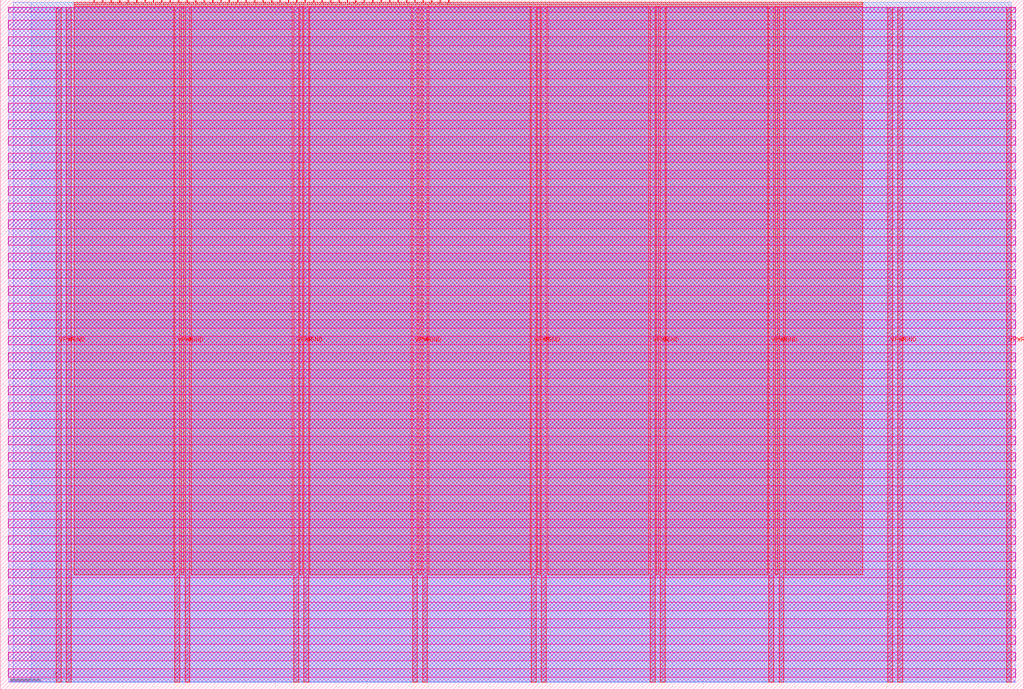
<source format=lef>
VERSION 5.7 ;
  NOWIREEXTENSIONATPIN ON ;
  DIVIDERCHAR "/" ;
  BUSBITCHARS "[]" ;
MACRO tt_um_toivoh_demo_deluxe
  CLASS BLOCK ;
  FOREIGN tt_um_toivoh_demo_deluxe ;
  ORIGIN 0.000 0.000 ;
  SIZE 334.880 BY 225.760 ;
  PIN VGND
    DIRECTION INOUT ;
    USE GROUND ;
    PORT
      LAYER met4 ;
        RECT 21.580 2.480 23.180 223.280 ;
    END
    PORT
      LAYER met4 ;
        RECT 60.450 2.480 62.050 223.280 ;
    END
    PORT
      LAYER met4 ;
        RECT 99.320 2.480 100.920 223.280 ;
    END
    PORT
      LAYER met4 ;
        RECT 138.190 2.480 139.790 223.280 ;
    END
    PORT
      LAYER met4 ;
        RECT 177.060 2.480 178.660 223.280 ;
    END
    PORT
      LAYER met4 ;
        RECT 215.930 2.480 217.530 223.280 ;
    END
    PORT
      LAYER met4 ;
        RECT 254.800 2.480 256.400 223.280 ;
    END
    PORT
      LAYER met4 ;
        RECT 293.670 2.480 295.270 223.280 ;
    END
  END VGND
  PIN VPWR
    DIRECTION INOUT ;
    USE POWER ;
    PORT
      LAYER met4 ;
        RECT 18.280 2.480 19.880 223.280 ;
    END
    PORT
      LAYER met4 ;
        RECT 57.150 2.480 58.750 223.280 ;
    END
    PORT
      LAYER met4 ;
        RECT 96.020 2.480 97.620 223.280 ;
    END
    PORT
      LAYER met4 ;
        RECT 134.890 2.480 136.490 223.280 ;
    END
    PORT
      LAYER met4 ;
        RECT 173.760 2.480 175.360 223.280 ;
    END
    PORT
      LAYER met4 ;
        RECT 212.630 2.480 214.230 223.280 ;
    END
    PORT
      LAYER met4 ;
        RECT 251.500 2.480 253.100 223.280 ;
    END
    PORT
      LAYER met4 ;
        RECT 290.370 2.480 291.970 223.280 ;
    END
    PORT
      LAYER met4 ;
        RECT 329.240 2.480 330.840 223.280 ;
    END
  END VPWR
  PIN clk
    DIRECTION INPUT ;
    USE SIGNAL ;
    ANTENNAGATEAREA 0.852000 ;
    PORT
      LAYER met4 ;
        RECT 143.830 224.760 144.130 225.760 ;
    END
  END clk
  PIN ena
    DIRECTION INPUT ;
    USE SIGNAL ;
    PORT
      LAYER met4 ;
        RECT 146.590 224.760 146.890 225.760 ;
    END
  END ena
  PIN rst_n
    DIRECTION INPUT ;
    USE SIGNAL ;
    ANTENNAGATEAREA 0.196500 ;
    PORT
      LAYER met4 ;
        RECT 141.070 224.760 141.370 225.760 ;
    END
  END rst_n
  PIN ui_in[0]
    DIRECTION INPUT ;
    USE SIGNAL ;
    ANTENNAGATEAREA 0.196500 ;
    PORT
      LAYER met4 ;
        RECT 138.310 224.760 138.610 225.760 ;
    END
  END ui_in[0]
  PIN ui_in[1]
    DIRECTION INPUT ;
    USE SIGNAL ;
    ANTENNAGATEAREA 0.196500 ;
    PORT
      LAYER met4 ;
        RECT 135.550 224.760 135.850 225.760 ;
    END
  END ui_in[1]
  PIN ui_in[2]
    DIRECTION INPUT ;
    USE SIGNAL ;
    ANTENNAGATEAREA 0.196500 ;
    PORT
      LAYER met4 ;
        RECT 132.790 224.760 133.090 225.760 ;
    END
  END ui_in[2]
  PIN ui_in[3]
    DIRECTION INPUT ;
    USE SIGNAL ;
    ANTENNAGATEAREA 0.196500 ;
    PORT
      LAYER met4 ;
        RECT 130.030 224.760 130.330 225.760 ;
    END
  END ui_in[3]
  PIN ui_in[4]
    DIRECTION INPUT ;
    USE SIGNAL ;
    ANTENNAGATEAREA 0.196500 ;
    PORT
      LAYER met4 ;
        RECT 127.270 224.760 127.570 225.760 ;
    END
  END ui_in[4]
  PIN ui_in[5]
    DIRECTION INPUT ;
    USE SIGNAL ;
    ANTENNAGATEAREA 0.196500 ;
    PORT
      LAYER met4 ;
        RECT 124.510 224.760 124.810 225.760 ;
    END
  END ui_in[5]
  PIN ui_in[6]
    DIRECTION INPUT ;
    USE SIGNAL ;
    ANTENNAGATEAREA 0.196500 ;
    PORT
      LAYER met4 ;
        RECT 121.750 224.760 122.050 225.760 ;
    END
  END ui_in[6]
  PIN ui_in[7]
    DIRECTION INPUT ;
    USE SIGNAL ;
    ANTENNAGATEAREA 0.196500 ;
    PORT
      LAYER met4 ;
        RECT 118.990 224.760 119.290 225.760 ;
    END
  END ui_in[7]
  PIN uio_in[0]
    DIRECTION INPUT ;
    USE SIGNAL ;
    PORT
      LAYER met4 ;
        RECT 116.230 224.760 116.530 225.760 ;
    END
  END uio_in[0]
  PIN uio_in[1]
    DIRECTION INPUT ;
    USE SIGNAL ;
    PORT
      LAYER met4 ;
        RECT 113.470 224.760 113.770 225.760 ;
    END
  END uio_in[1]
  PIN uio_in[2]
    DIRECTION INPUT ;
    USE SIGNAL ;
    PORT
      LAYER met4 ;
        RECT 110.710 224.760 111.010 225.760 ;
    END
  END uio_in[2]
  PIN uio_in[3]
    DIRECTION INPUT ;
    USE SIGNAL ;
    PORT
      LAYER met4 ;
        RECT 107.950 224.760 108.250 225.760 ;
    END
  END uio_in[3]
  PIN uio_in[4]
    DIRECTION INPUT ;
    USE SIGNAL ;
    PORT
      LAYER met4 ;
        RECT 105.190 224.760 105.490 225.760 ;
    END
  END uio_in[4]
  PIN uio_in[5]
    DIRECTION INPUT ;
    USE SIGNAL ;
    PORT
      LAYER met4 ;
        RECT 102.430 224.760 102.730 225.760 ;
    END
  END uio_in[5]
  PIN uio_in[6]
    DIRECTION INPUT ;
    USE SIGNAL ;
    PORT
      LAYER met4 ;
        RECT 99.670 224.760 99.970 225.760 ;
    END
  END uio_in[6]
  PIN uio_in[7]
    DIRECTION INPUT ;
    USE SIGNAL ;
    PORT
      LAYER met4 ;
        RECT 96.910 224.760 97.210 225.760 ;
    END
  END uio_in[7]
  PIN uio_oe[0]
    DIRECTION OUTPUT ;
    USE SIGNAL ;
    ANTENNADIFFAREA 0.445500 ;
    PORT
      LAYER met4 ;
        RECT 49.990 224.760 50.290 225.760 ;
    END
  END uio_oe[0]
  PIN uio_oe[1]
    DIRECTION OUTPUT ;
    USE SIGNAL ;
    ANTENNADIFFAREA 0.445500 ;
    PORT
      LAYER met4 ;
        RECT 47.230 224.760 47.530 225.760 ;
    END
  END uio_oe[1]
  PIN uio_oe[2]
    DIRECTION OUTPUT ;
    USE SIGNAL ;
    ANTENNADIFFAREA 0.445500 ;
    PORT
      LAYER met4 ;
        RECT 44.470 224.760 44.770 225.760 ;
    END
  END uio_oe[2]
  PIN uio_oe[3]
    DIRECTION OUTPUT ;
    USE SIGNAL ;
    ANTENNADIFFAREA 0.445500 ;
    PORT
      LAYER met4 ;
        RECT 41.710 224.760 42.010 225.760 ;
    END
  END uio_oe[3]
  PIN uio_oe[4]
    DIRECTION OUTPUT ;
    USE SIGNAL ;
    ANTENNADIFFAREA 0.445500 ;
    PORT
      LAYER met4 ;
        RECT 38.950 224.760 39.250 225.760 ;
    END
  END uio_oe[4]
  PIN uio_oe[5]
    DIRECTION OUTPUT ;
    USE SIGNAL ;
    ANTENNAGATEAREA 1.042500 ;
    ANTENNADIFFAREA 0.891000 ;
    PORT
      LAYER met4 ;
        RECT 36.190 224.760 36.490 225.760 ;
    END
  END uio_oe[5]
  PIN uio_oe[6]
    DIRECTION OUTPUT ;
    USE SIGNAL ;
    ANTENNADIFFAREA 0.445500 ;
    PORT
      LAYER met4 ;
        RECT 33.430 224.760 33.730 225.760 ;
    END
  END uio_oe[6]
  PIN uio_oe[7]
    DIRECTION OUTPUT ;
    USE SIGNAL ;
    ANTENNADIFFAREA 0.445500 ;
    PORT
      LAYER met4 ;
        RECT 30.670 224.760 30.970 225.760 ;
    END
  END uio_oe[7]
  PIN uio_out[0]
    DIRECTION OUTPUT ;
    USE SIGNAL ;
    ANTENNAGATEAREA 0.247500 ;
    ANTENNADIFFAREA 0.445500 ;
    PORT
      LAYER met4 ;
        RECT 72.070 224.760 72.370 225.760 ;
    END
  END uio_out[0]
  PIN uio_out[1]
    DIRECTION OUTPUT ;
    USE SIGNAL ;
    ANTENNAGATEAREA 0.247500 ;
    ANTENNADIFFAREA 0.445500 ;
    PORT
      LAYER met4 ;
        RECT 69.310 224.760 69.610 225.760 ;
    END
  END uio_out[1]
  PIN uio_out[2]
    DIRECTION OUTPUT ;
    USE SIGNAL ;
    ANTENNAGATEAREA 0.247500 ;
    ANTENNADIFFAREA 0.445500 ;
    PORT
      LAYER met4 ;
        RECT 66.550 224.760 66.850 225.760 ;
    END
  END uio_out[2]
  PIN uio_out[3]
    DIRECTION OUTPUT ;
    USE SIGNAL ;
    ANTENNAGATEAREA 0.247500 ;
    ANTENNADIFFAREA 0.445500 ;
    PORT
      LAYER met4 ;
        RECT 63.790 224.760 64.090 225.760 ;
    END
  END uio_out[3]
  PIN uio_out[4]
    DIRECTION OUTPUT ;
    USE SIGNAL ;
    ANTENNAGATEAREA 0.247500 ;
    ANTENNADIFFAREA 0.445500 ;
    PORT
      LAYER met4 ;
        RECT 61.030 224.760 61.330 225.760 ;
    END
  END uio_out[4]
  PIN uio_out[5]
    DIRECTION OUTPUT ;
    USE SIGNAL ;
    ANTENNAGATEAREA 0.247500 ;
    ANTENNADIFFAREA 0.445500 ;
    PORT
      LAYER met4 ;
        RECT 58.270 224.760 58.570 225.760 ;
    END
  END uio_out[5]
  PIN uio_out[6]
    DIRECTION OUTPUT ;
    USE SIGNAL ;
    ANTENNAGATEAREA 0.247500 ;
    ANTENNADIFFAREA 0.445500 ;
    PORT
      LAYER met4 ;
        RECT 55.510 224.760 55.810 225.760 ;
    END
  END uio_out[6]
  PIN uio_out[7]
    DIRECTION OUTPUT ;
    USE SIGNAL ;
    ANTENNAGATEAREA 0.126000 ;
    ANTENNADIFFAREA 0.445500 ;
    PORT
      LAYER met4 ;
        RECT 52.750 224.760 53.050 225.760 ;
    END
  END uio_out[7]
  PIN uo_out[0]
    DIRECTION OUTPUT ;
    USE SIGNAL ;
    ANTENNAGATEAREA 0.126000 ;
    ANTENNADIFFAREA 0.891000 ;
    PORT
      LAYER met4 ;
        RECT 94.150 224.760 94.450 225.760 ;
    END
  END uo_out[0]
  PIN uo_out[1]
    DIRECTION OUTPUT ;
    USE SIGNAL ;
    ANTENNAGATEAREA 0.126000 ;
    ANTENNADIFFAREA 0.445500 ;
    PORT
      LAYER met4 ;
        RECT 91.390 224.760 91.690 225.760 ;
    END
  END uo_out[1]
  PIN uo_out[2]
    DIRECTION OUTPUT ;
    USE SIGNAL ;
    ANTENNAGATEAREA 0.247500 ;
    ANTENNADIFFAREA 0.445500 ;
    PORT
      LAYER met4 ;
        RECT 88.630 224.760 88.930 225.760 ;
    END
  END uo_out[2]
  PIN uo_out[3]
    DIRECTION OUTPUT ;
    USE SIGNAL ;
    ANTENNAGATEAREA 0.247500 ;
    ANTENNADIFFAREA 0.891000 ;
    PORT
      LAYER met4 ;
        RECT 85.870 224.760 86.170 225.760 ;
    END
  END uo_out[3]
  PIN uo_out[4]
    DIRECTION OUTPUT ;
    USE SIGNAL ;
    ANTENNAGATEAREA 0.126000 ;
    ANTENNADIFFAREA 0.445500 ;
    PORT
      LAYER met4 ;
        RECT 83.110 224.760 83.410 225.760 ;
    END
  END uo_out[4]
  PIN uo_out[5]
    DIRECTION OUTPUT ;
    USE SIGNAL ;
    ANTENNAGATEAREA 0.247500 ;
    ANTENNADIFFAREA 0.445500 ;
    PORT
      LAYER met4 ;
        RECT 80.350 224.760 80.650 225.760 ;
    END
  END uo_out[5]
  PIN uo_out[6]
    DIRECTION OUTPUT ;
    USE SIGNAL ;
    ANTENNAGATEAREA 0.126000 ;
    ANTENNADIFFAREA 0.445500 ;
    PORT
      LAYER met4 ;
        RECT 77.590 224.760 77.890 225.760 ;
    END
  END uo_out[6]
  PIN uo_out[7]
    DIRECTION OUTPUT ;
    USE SIGNAL ;
    ANTENNAGATEAREA 0.247500 ;
    ANTENNADIFFAREA 0.445500 ;
    PORT
      LAYER met4 ;
        RECT 74.830 224.760 75.130 225.760 ;
    END
  END uo_out[7]
  OBS
      LAYER nwell ;
        RECT 2.570 221.625 332.310 223.230 ;
        RECT 2.570 216.185 332.310 219.015 ;
        RECT 2.570 210.745 332.310 213.575 ;
        RECT 2.570 205.305 332.310 208.135 ;
        RECT 2.570 199.865 332.310 202.695 ;
        RECT 2.570 194.425 332.310 197.255 ;
        RECT 2.570 188.985 332.310 191.815 ;
        RECT 2.570 183.545 332.310 186.375 ;
        RECT 2.570 178.105 332.310 180.935 ;
        RECT 2.570 172.665 332.310 175.495 ;
        RECT 2.570 167.225 332.310 170.055 ;
        RECT 2.570 161.785 332.310 164.615 ;
        RECT 2.570 156.345 332.310 159.175 ;
        RECT 2.570 150.905 332.310 153.735 ;
        RECT 2.570 145.465 332.310 148.295 ;
        RECT 2.570 140.025 332.310 142.855 ;
        RECT 2.570 134.585 332.310 137.415 ;
        RECT 2.570 129.145 332.310 131.975 ;
        RECT 2.570 123.705 332.310 126.535 ;
        RECT 2.570 118.265 332.310 121.095 ;
        RECT 2.570 112.825 332.310 115.655 ;
        RECT 2.570 107.385 332.310 110.215 ;
        RECT 2.570 101.945 332.310 104.775 ;
        RECT 2.570 96.505 332.310 99.335 ;
        RECT 2.570 91.065 332.310 93.895 ;
        RECT 2.570 85.625 332.310 88.455 ;
        RECT 2.570 80.185 332.310 83.015 ;
        RECT 2.570 74.745 332.310 77.575 ;
        RECT 2.570 69.305 332.310 72.135 ;
        RECT 2.570 63.865 332.310 66.695 ;
        RECT 2.570 58.425 332.310 61.255 ;
        RECT 2.570 52.985 332.310 55.815 ;
        RECT 2.570 47.545 332.310 50.375 ;
        RECT 2.570 42.105 332.310 44.935 ;
        RECT 2.570 36.665 332.310 39.495 ;
        RECT 2.570 31.225 332.310 34.055 ;
        RECT 2.570 25.785 332.310 28.615 ;
        RECT 2.570 20.345 332.310 23.175 ;
        RECT 2.570 14.905 332.310 17.735 ;
        RECT 2.570 9.465 332.310 12.295 ;
        RECT 2.570 4.025 332.310 6.855 ;
      LAYER li1 ;
        RECT 2.760 2.635 332.120 223.125 ;
      LAYER met1 ;
        RECT 2.760 2.480 332.120 223.280 ;
      LAYER met2 ;
        RECT 4.240 2.535 330.810 224.925 ;
      LAYER met3 ;
        RECT 10.185 2.555 330.830 224.905 ;
      LAYER met4 ;
        RECT 24.215 224.360 30.270 224.905 ;
        RECT 31.370 224.360 33.030 224.905 ;
        RECT 34.130 224.360 35.790 224.905 ;
        RECT 36.890 224.360 38.550 224.905 ;
        RECT 39.650 224.360 41.310 224.905 ;
        RECT 42.410 224.360 44.070 224.905 ;
        RECT 45.170 224.360 46.830 224.905 ;
        RECT 47.930 224.360 49.590 224.905 ;
        RECT 50.690 224.360 52.350 224.905 ;
        RECT 53.450 224.360 55.110 224.905 ;
        RECT 56.210 224.360 57.870 224.905 ;
        RECT 58.970 224.360 60.630 224.905 ;
        RECT 61.730 224.360 63.390 224.905 ;
        RECT 64.490 224.360 66.150 224.905 ;
        RECT 67.250 224.360 68.910 224.905 ;
        RECT 70.010 224.360 71.670 224.905 ;
        RECT 72.770 224.360 74.430 224.905 ;
        RECT 75.530 224.360 77.190 224.905 ;
        RECT 78.290 224.360 79.950 224.905 ;
        RECT 81.050 224.360 82.710 224.905 ;
        RECT 83.810 224.360 85.470 224.905 ;
        RECT 86.570 224.360 88.230 224.905 ;
        RECT 89.330 224.360 90.990 224.905 ;
        RECT 92.090 224.360 93.750 224.905 ;
        RECT 94.850 224.360 96.510 224.905 ;
        RECT 97.610 224.360 99.270 224.905 ;
        RECT 100.370 224.360 102.030 224.905 ;
        RECT 103.130 224.360 104.790 224.905 ;
        RECT 105.890 224.360 107.550 224.905 ;
        RECT 108.650 224.360 110.310 224.905 ;
        RECT 111.410 224.360 113.070 224.905 ;
        RECT 114.170 224.360 115.830 224.905 ;
        RECT 116.930 224.360 118.590 224.905 ;
        RECT 119.690 224.360 121.350 224.905 ;
        RECT 122.450 224.360 124.110 224.905 ;
        RECT 125.210 224.360 126.870 224.905 ;
        RECT 127.970 224.360 129.630 224.905 ;
        RECT 130.730 224.360 132.390 224.905 ;
        RECT 133.490 224.360 135.150 224.905 ;
        RECT 136.250 224.360 137.910 224.905 ;
        RECT 139.010 224.360 140.670 224.905 ;
        RECT 141.770 224.360 143.430 224.905 ;
        RECT 144.530 224.360 146.190 224.905 ;
        RECT 147.290 224.360 282.145 224.905 ;
        RECT 24.215 223.680 282.145 224.360 ;
        RECT 24.215 37.575 56.750 223.680 ;
        RECT 59.150 37.575 60.050 223.680 ;
        RECT 62.450 37.575 95.620 223.680 ;
        RECT 98.020 37.575 98.920 223.680 ;
        RECT 101.320 37.575 134.490 223.680 ;
        RECT 136.890 37.575 137.790 223.680 ;
        RECT 140.190 37.575 173.360 223.680 ;
        RECT 175.760 37.575 176.660 223.680 ;
        RECT 179.060 37.575 212.230 223.680 ;
        RECT 214.630 37.575 215.530 223.680 ;
        RECT 217.930 37.575 251.100 223.680 ;
        RECT 253.500 37.575 254.400 223.680 ;
        RECT 256.800 37.575 282.145 223.680 ;
  END
END tt_um_toivoh_demo_deluxe
END LIBRARY


</source>
